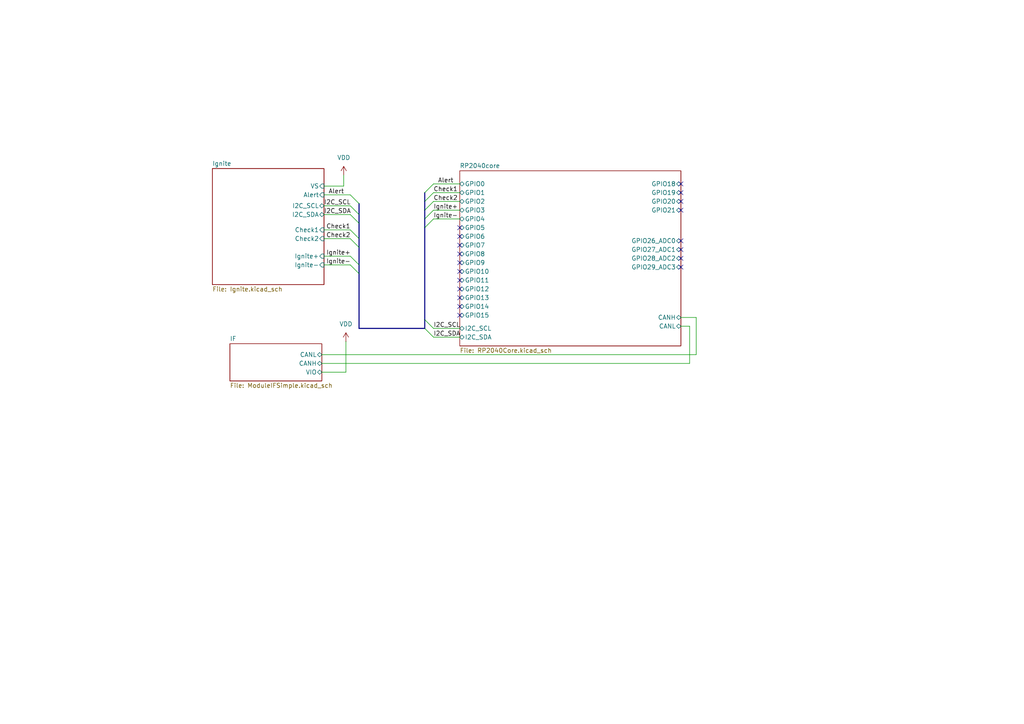
<source format=kicad_sch>
(kicad_sch
	(version 20231120)
	(generator "eeschema")
	(generator_version "8.0")
	(uuid "2a7771e6-36a4-47ae-b559-dde705e1d286")
	(paper "A4")
	(lib_symbols
		(symbol "power:VDD"
			(power)
			(pin_numbers hide)
			(pin_names
				(offset 0) hide)
			(exclude_from_sim no)
			(in_bom yes)
			(on_board yes)
			(property "Reference" "#PWR"
				(at 0 -3.81 0)
				(effects
					(font
						(size 1.27 1.27)
					)
					(hide yes)
				)
			)
			(property "Value" "VDD"
				(at 0 3.556 0)
				(effects
					(font
						(size 1.27 1.27)
					)
				)
			)
			(property "Footprint" ""
				(at 0 0 0)
				(effects
					(font
						(size 1.27 1.27)
					)
					(hide yes)
				)
			)
			(property "Datasheet" ""
				(at 0 0 0)
				(effects
					(font
						(size 1.27 1.27)
					)
					(hide yes)
				)
			)
			(property "Description" "Power symbol creates a global label with name \"VDD\""
				(at 0 0 0)
				(effects
					(font
						(size 1.27 1.27)
					)
					(hide yes)
				)
			)
			(property "ki_keywords" "global power"
				(at 0 0 0)
				(effects
					(font
						(size 1.27 1.27)
					)
					(hide yes)
				)
			)
			(symbol "VDD_0_1"
				(polyline
					(pts
						(xy -0.762 1.27) (xy 0 2.54)
					)
					(stroke
						(width 0)
						(type default)
					)
					(fill
						(type none)
					)
				)
				(polyline
					(pts
						(xy 0 0) (xy 0 2.54)
					)
					(stroke
						(width 0)
						(type default)
					)
					(fill
						(type none)
					)
				)
				(polyline
					(pts
						(xy 0 2.54) (xy 0.762 1.27)
					)
					(stroke
						(width 0)
						(type default)
					)
					(fill
						(type none)
					)
				)
			)
			(symbol "VDD_1_1"
				(pin power_in line
					(at 0 0 90)
					(length 0)
					(name "~"
						(effects
							(font
								(size 1.27 1.27)
							)
						)
					)
					(number "1"
						(effects
							(font
								(size 1.27 1.27)
							)
						)
					)
				)
			)
		)
	)
	(no_connect
		(at 133.35 91.44)
		(uuid "09a3722e-d718-4624-9de2-6d585ce1da31")
	)
	(no_connect
		(at 133.35 66.04)
		(uuid "130b30ca-4a98-4a39-aa84-2a4a5820ec60")
	)
	(no_connect
		(at 197.485 53.34)
		(uuid "2235c6ff-b10d-40f9-9c47-f1f206534938")
	)
	(no_connect
		(at 197.485 69.85)
		(uuid "4121fbc4-5f73-4c6d-a31e-89add3013d86")
	)
	(no_connect
		(at 133.35 86.36)
		(uuid "467e74c2-97f4-438c-bc3e-582c009dcfce")
	)
	(no_connect
		(at 133.35 71.12)
		(uuid "4b53e26e-9b4a-46c0-bcb7-e1969f459c91")
	)
	(no_connect
		(at 133.35 81.28)
		(uuid "5097cefb-ff16-40c2-a831-e4f4913bb372")
	)
	(no_connect
		(at 197.485 72.39)
		(uuid "7ad4e39d-912c-4e71-8d0a-8bbf2b8d148d")
	)
	(no_connect
		(at 133.35 76.2)
		(uuid "8a56b1b9-8de8-4925-8c9c-8d71c16fae65")
	)
	(no_connect
		(at 133.35 73.66)
		(uuid "931d69e5-806d-4517-9e7c-da0c1fad2b7e")
	)
	(no_connect
		(at 197.485 77.47)
		(uuid "9b4a41ee-78e3-4685-a63b-463b7620b97a")
	)
	(no_connect
		(at 133.35 88.9)
		(uuid "a333a77e-c0ca-4c59-8e41-12e5fad35879")
	)
	(no_connect
		(at 133.35 83.82)
		(uuid "d67a0be1-e680-44ce-887d-6023acd3c0e8")
	)
	(no_connect
		(at 197.485 58.42)
		(uuid "ddef1747-dfad-49f3-b2e6-a82c85482f2e")
	)
	(no_connect
		(at 197.485 60.96)
		(uuid "e875f6ec-c259-4bc9-a7d9-5a82a9e4a170")
	)
	(no_connect
		(at 197.485 55.88)
		(uuid "ecb054f4-7a2e-4c0c-a985-b4088c8143c4")
	)
	(no_connect
		(at 197.485 74.93)
		(uuid "ed7d27a4-ee73-4391-b560-0e1b5771f72a")
	)
	(no_connect
		(at 133.35 78.74)
		(uuid "f096d065-e4ff-4cb9-bcce-c8f02f7acd1c")
	)
	(no_connect
		(at 133.35 68.58)
		(uuid "f0ee860c-3753-4969-ae7a-89773bd140ee")
	)
	(bus_entry
		(at 123.19 55.88)
		(size 2.54 -2.54)
		(stroke
			(width 0)
			(type default)
		)
		(uuid "089e702c-a15a-48cf-8511-cbc082fa98b8")
	)
	(bus_entry
		(at 123.19 92.71)
		(size 2.54 2.54)
		(stroke
			(width 0)
			(type default)
		)
		(uuid "09d5f285-4480-4446-9cac-53273163ea71")
	)
	(bus_entry
		(at 123.19 58.42)
		(size 2.54 -2.54)
		(stroke
			(width 0)
			(type default)
		)
		(uuid "0bbb332c-22dd-483d-b9f4-7a2161fb748a")
	)
	(bus_entry
		(at 101.6 76.835)
		(size 2.54 2.54)
		(stroke
			(width 0)
			(type default)
		)
		(uuid "2131df4a-c92e-44b7-aba7-a14413da2501")
	)
	(bus_entry
		(at 123.19 60.96)
		(size 2.54 -2.54)
		(stroke
			(width 0)
			(type default)
		)
		(uuid "2351c3bd-da73-4b8d-9527-476bb5b8bd7c")
	)
	(bus_entry
		(at 123.19 95.25)
		(size 2.54 2.54)
		(stroke
			(width 0)
			(type default)
		)
		(uuid "4207c8e3-0b19-48fe-ab00-c317a67ace15")
	)
	(bus_entry
		(at 101.6 56.515)
		(size 2.54 2.54)
		(stroke
			(width 0)
			(type default)
		)
		(uuid "7b34d76d-a45e-4838-996a-0ceaf7bd7571")
	)
	(bus_entry
		(at 123.19 63.5)
		(size 2.54 -2.54)
		(stroke
			(width 0)
			(type default)
		)
		(uuid "7d0a753c-af01-4738-beb2-82b27ae9b4eb")
	)
	(bus_entry
		(at 101.6 74.295)
		(size 2.54 2.54)
		(stroke
			(width 0)
			(type default)
		)
		(uuid "83fd46fc-ed7d-4533-ada9-bafed0d6e628")
	)
	(bus_entry
		(at 101.6 62.23)
		(size 2.54 2.54)
		(stroke
			(width 0)
			(type default)
		)
		(uuid "88b1c728-4436-49fc-9095-35be349d7268")
	)
	(bus_entry
		(at 101.6 66.675)
		(size 2.54 2.54)
		(stroke
			(width 0)
			(type default)
		)
		(uuid "904952ef-b5f6-487c-bd85-da842b4d8e3b")
	)
	(bus_entry
		(at 101.6 59.69)
		(size 2.54 2.54)
		(stroke
			(width 0)
			(type default)
		)
		(uuid "b7c4191f-3b73-45d5-b006-263a7376bb4a")
	)
	(bus_entry
		(at 123.19 66.04)
		(size 2.54 -2.54)
		(stroke
			(width 0)
			(type default)
		)
		(uuid "ed726136-d87f-4a75-b105-21cb84ece8bf")
	)
	(bus_entry
		(at 101.6 69.215)
		(size 2.54 2.54)
		(stroke
			(width 0)
			(type default)
		)
		(uuid "f2ffe099-e4d0-4ea5-a6eb-84b4e57ebdde")
	)
	(bus
		(pts
			(xy 123.19 66.04) (xy 123.19 92.71)
		)
		(stroke
			(width 0)
			(type default)
		)
		(uuid "09e47cf4-6160-4035-8b92-05afcfa62652")
	)
	(wire
		(pts
			(xy 125.73 60.96) (xy 133.35 60.96)
		)
		(stroke
			(width 0)
			(type default)
		)
		(uuid "0c0546ba-2f96-4412-a01a-58f39d700f40")
	)
	(wire
		(pts
			(xy 93.98 56.515) (xy 101.6 56.515)
		)
		(stroke
			(width 0)
			(type default)
		)
		(uuid "1a5e6377-a60f-47d1-8623-302da8ca801c")
	)
	(wire
		(pts
			(xy 201.93 102.87) (xy 93.345 102.87)
		)
		(stroke
			(width 0)
			(type default)
		)
		(uuid "3024c884-895f-43da-928c-a678fc13452b")
	)
	(wire
		(pts
			(xy 93.98 76.835) (xy 101.6 76.835)
		)
		(stroke
			(width 0)
			(type default)
		)
		(uuid "32bd5248-6622-4e6d-9609-652b33cde623")
	)
	(wire
		(pts
			(xy 125.73 97.79) (xy 133.35 97.79)
		)
		(stroke
			(width 0)
			(type default)
		)
		(uuid "3df98e64-7a8e-45c1-aef9-a88b19304b5a")
	)
	(bus
		(pts
			(xy 104.14 59.055) (xy 104.14 62.23)
		)
		(stroke
			(width 0)
			(type default)
		)
		(uuid "42cb1136-6475-4ecc-90f7-85923006f431")
	)
	(wire
		(pts
			(xy 93.98 59.69) (xy 101.6 59.69)
		)
		(stroke
			(width 0)
			(type default)
		)
		(uuid "519268ea-85fb-4e0a-8a2c-82e6467d02c9")
	)
	(wire
		(pts
			(xy 200.025 105.41) (xy 200.025 94.615)
		)
		(stroke
			(width 0)
			(type default)
		)
		(uuid "657f2cdc-1080-40ad-8327-a511f538c3b1")
	)
	(wire
		(pts
			(xy 93.98 66.675) (xy 101.6 66.675)
		)
		(stroke
			(width 0)
			(type default)
		)
		(uuid "69ce72d1-8efb-461e-a1b4-8f4f4fdf3f4a")
	)
	(bus
		(pts
			(xy 123.19 95.25) (xy 104.14 95.25)
		)
		(stroke
			(width 0)
			(type default)
		)
		(uuid "6a100d79-3843-4b93-9fae-bc19a8621b2a")
	)
	(bus
		(pts
			(xy 123.19 92.71) (xy 123.19 95.25)
		)
		(stroke
			(width 0)
			(type default)
		)
		(uuid "70d7f0c6-bb85-45c7-b992-3b2e956ecf29")
	)
	(wire
		(pts
			(xy 197.485 92.075) (xy 201.93 92.075)
		)
		(stroke
			(width 0)
			(type default)
		)
		(uuid "70fc7087-8b7e-489e-a4eb-b1b42404cbd2")
	)
	(bus
		(pts
			(xy 104.14 69.215) (xy 104.14 71.755)
		)
		(stroke
			(width 0)
			(type default)
		)
		(uuid "724d9e42-f440-4d4a-a856-4e7c6b4adf1d")
	)
	(bus
		(pts
			(xy 123.19 55.88) (xy 123.19 58.42)
		)
		(stroke
			(width 0)
			(type default)
		)
		(uuid "7a00d716-7970-4808-8461-80ab851887c1")
	)
	(wire
		(pts
			(xy 93.345 105.41) (xy 200.025 105.41)
		)
		(stroke
			(width 0)
			(type default)
		)
		(uuid "96a82b0f-63b3-455a-9caf-78cd74c83b79")
	)
	(bus
		(pts
			(xy 104.14 62.23) (xy 104.14 64.77)
		)
		(stroke
			(width 0)
			(type default)
		)
		(uuid "9b27eb0b-a5c9-42e7-ba1b-3d5f81824747")
	)
	(bus
		(pts
			(xy 123.19 58.42) (xy 123.19 60.96)
		)
		(stroke
			(width 0)
			(type default)
		)
		(uuid "a06705ca-4a9a-497d-8e40-825d978fcb7f")
	)
	(bus
		(pts
			(xy 104.14 71.755) (xy 104.14 76.835)
		)
		(stroke
			(width 0)
			(type default)
		)
		(uuid "a0e6baa9-2780-4605-a1e4-316bc3f1282a")
	)
	(bus
		(pts
			(xy 104.14 64.77) (xy 104.14 69.215)
		)
		(stroke
			(width 0)
			(type default)
		)
		(uuid "ac9b99ee-1983-4843-a691-69b828350133")
	)
	(wire
		(pts
			(xy 93.345 107.95) (xy 100.33 107.95)
		)
		(stroke
			(width 0)
			(type default)
		)
		(uuid "af45115c-6f83-406d-8ad1-9aed3725aa23")
	)
	(wire
		(pts
			(xy 100.33 107.95) (xy 100.33 99.06)
		)
		(stroke
			(width 0)
			(type default)
		)
		(uuid "b06a4361-df4f-4daf-8fc7-624e1f283c19")
	)
	(wire
		(pts
			(xy 93.98 62.23) (xy 101.6 62.23)
		)
		(stroke
			(width 0)
			(type default)
		)
		(uuid "b8919d2a-fa84-4da8-99ac-78b78bd14827")
	)
	(wire
		(pts
			(xy 201.93 92.075) (xy 201.93 102.87)
		)
		(stroke
			(width 0)
			(type default)
		)
		(uuid "bc1b82af-725a-44f3-8c60-23adcf7d0e1e")
	)
	(wire
		(pts
			(xy 99.695 53.975) (xy 99.695 50.8)
		)
		(stroke
			(width 0)
			(type default)
		)
		(uuid "be7815f1-6e9a-4a70-97fd-903288b03092")
	)
	(wire
		(pts
			(xy 197.485 94.615) (xy 200.025 94.615)
		)
		(stroke
			(width 0)
			(type default)
		)
		(uuid "c02f5791-0d41-4540-ad69-5f0dc33b1578")
	)
	(bus
		(pts
			(xy 123.19 60.96) (xy 123.19 63.5)
		)
		(stroke
			(width 0)
			(type default)
		)
		(uuid "c76f5981-242b-4c69-b9ec-a3cfd2d83bb8")
	)
	(wire
		(pts
			(xy 93.98 69.215) (xy 101.6 69.215)
		)
		(stroke
			(width 0)
			(type default)
		)
		(uuid "ccb1fb17-7ec4-4047-994e-2f6604f89255")
	)
	(wire
		(pts
			(xy 93.98 53.975) (xy 99.695 53.975)
		)
		(stroke
			(width 0)
			(type default)
		)
		(uuid "d17e8dc8-4cae-4a5b-b99c-6729c6928e1a")
	)
	(wire
		(pts
			(xy 125.73 55.88) (xy 133.35 55.88)
		)
		(stroke
			(width 0)
			(type default)
		)
		(uuid "d99eacfb-1e07-4222-a4da-aaf612bd7d75")
	)
	(bus
		(pts
			(xy 104.14 79.375) (xy 104.14 95.25)
		)
		(stroke
			(width 0)
			(type default)
		)
		(uuid "db94958f-4b97-4dd1-8504-8601f7f3d542")
	)
	(wire
		(pts
			(xy 125.73 58.42) (xy 133.35 58.42)
		)
		(stroke
			(width 0)
			(type default)
		)
		(uuid "dc7a4c2f-3c45-40c7-89f1-ecc3858fa420")
	)
	(wire
		(pts
			(xy 125.73 53.34) (xy 133.35 53.34)
		)
		(stroke
			(width 0)
			(type default)
		)
		(uuid "e0cb9c92-68d7-49bd-89df-2562d81adfae")
	)
	(wire
		(pts
			(xy 125.73 63.5) (xy 133.35 63.5)
		)
		(stroke
			(width 0)
			(type default)
		)
		(uuid "e1f6364f-9107-4c94-90a3-62ad253d95f0")
	)
	(bus
		(pts
			(xy 104.14 76.835) (xy 104.14 79.375)
		)
		(stroke
			(width 0)
			(type default)
		)
		(uuid "e2e50321-42c4-4ca6-a103-867990105ad2")
	)
	(wire
		(pts
			(xy 93.98 74.295) (xy 101.6 74.295)
		)
		(stroke
			(width 0)
			(type default)
		)
		(uuid "efaf3bf7-0e5d-4fc8-8099-88d8a156541f")
	)
	(wire
		(pts
			(xy 125.73 95.25) (xy 133.35 95.25)
		)
		(stroke
			(width 0)
			(type default)
		)
		(uuid "f1be655f-dbc3-4c44-adeb-8dc690a4ed66")
	)
	(bus
		(pts
			(xy 123.19 63.5) (xy 123.19 66.04)
		)
		(stroke
			(width 0)
			(type default)
		)
		(uuid "f36c4793-954a-4681-bf9e-57b5a8c51411")
	)
	(label "Alert"
		(at 95.25 56.515 0)
		(fields_autoplaced yes)
		(effects
			(font
				(size 1.27 1.27)
			)
			(justify left bottom)
		)
		(uuid "0c2d790e-efb8-4b83-b57c-40cb9c4f0fdb")
	)
	(label "Alert"
		(at 127 53.34 0)
		(fields_autoplaced yes)
		(effects
			(font
				(size 1.27 1.27)
			)
			(justify left bottom)
		)
		(uuid "12215683-64e8-4471-a6b8-68af381ae5c3")
	)
	(label "Ignite-"
		(at 94.615 76.835 0)
		(fields_autoplaced yes)
		(effects
			(font
				(size 1.27 1.27)
			)
			(justify left bottom)
		)
		(uuid "19b047c9-85f1-42e2-bce8-747772bf408a")
	)
	(label "I2C_SDA"
		(at 125.73 97.79 0)
		(fields_autoplaced yes)
		(effects
			(font
				(size 1.27 1.27)
			)
			(justify left bottom)
		)
		(uuid "258414a9-9393-4fe8-abc2-af0e0864c4c5")
	)
	(label "Ignite+"
		(at 125.73 60.96 0)
		(fields_autoplaced yes)
		(effects
			(font
				(size 1.27 1.27)
			)
			(justify left bottom)
		)
		(uuid "312abad2-e419-41b9-8872-4d4342b32716")
	)
	(label "Check1"
		(at 94.615 66.675 0)
		(fields_autoplaced yes)
		(effects
			(font
				(size 1.27 1.27)
			)
			(justify left bottom)
		)
		(uuid "549616be-445d-4f70-948d-e7040942fef0")
	)
	(label "I2C_SCL"
		(at 93.98 59.69 0)
		(fields_autoplaced yes)
		(effects
			(font
				(size 1.27 1.27)
			)
			(justify left bottom)
		)
		(uuid "57671214-cab7-4a40-b202-820f94321667")
	)
	(label "Check2"
		(at 94.615 69.215 0)
		(fields_autoplaced yes)
		(effects
			(font
				(size 1.27 1.27)
			)
			(justify left bottom)
		)
		(uuid "74bb47b9-1bc5-4f5a-8a01-e7cbaca62516")
	)
	(label "I2C_SDA"
		(at 93.98 62.23 0)
		(fields_autoplaced yes)
		(effects
			(font
				(size 1.27 1.27)
			)
			(justify left bottom)
		)
		(uuid "80d22d48-306b-417a-9810-66839c88ca74")
	)
	(label "Ignite-"
		(at 125.73 63.5 0)
		(fields_autoplaced yes)
		(effects
			(font
				(size 1.27 1.27)
			)
			(justify left bottom)
		)
		(uuid "95e571a0-557a-4322-be92-85aa3266cf47")
	)
	(label "Check2"
		(at 125.73 58.42 0)
		(fields_autoplaced yes)
		(effects
			(font
				(size 1.27 1.27)
			)
			(justify left bottom)
		)
		(uuid "bc9e27a7-8908-47b5-9b25-5de7a3cfe464")
	)
	(label "Check1"
		(at 125.73 55.88 0)
		(fields_autoplaced yes)
		(effects
			(font
				(size 1.27 1.27)
			)
			(justify left bottom)
		)
		(uuid "bdb83a20-003f-4a6c-84aa-23eddd9c5cbf")
	)
	(label "Ignite+"
		(at 94.615 74.295 0)
		(fields_autoplaced yes)
		(effects
			(font
				(size 1.27 1.27)
			)
			(justify left bottom)
		)
		(uuid "cd6584d4-c6d8-4a08-b399-98f43bb03e62")
	)
	(label "I2C_SCL"
		(at 125.73 95.25 0)
		(fields_autoplaced yes)
		(effects
			(font
				(size 1.27 1.27)
			)
			(justify left bottom)
		)
		(uuid "e2e3d02d-2261-43f1-ac3a-fbeda72c636e")
	)
	(symbol
		(lib_id "power:VDD")
		(at 99.695 50.8 0)
		(unit 1)
		(exclude_from_sim no)
		(in_bom yes)
		(on_board yes)
		(dnp no)
		(fields_autoplaced yes)
		(uuid "5d1553c5-32fd-4b3f-9f86-f037c420271e")
		(property "Reference" "#PWR0101"
			(at 99.695 54.61 0)
			(effects
				(font
					(size 1.27 1.27)
				)
				(hide yes)
			)
		)
		(property "Value" "VDD"
			(at 99.695 45.72 0)
			(effects
				(font
					(size 1.27 1.27)
				)
			)
		)
		(property "Footprint" ""
			(at 99.695 50.8 0)
			(effects
				(font
					(size 1.27 1.27)
				)
				(hide yes)
			)
		)
		(property "Datasheet" ""
			(at 99.695 50.8 0)
			(effects
				(font
					(size 1.27 1.27)
				)
				(hide yes)
			)
		)
		(property "Description" "Power symbol creates a global label with name \"VDD\""
			(at 99.695 50.8 0)
			(effects
				(font
					(size 1.27 1.27)
				)
				(hide yes)
			)
		)
		(pin "1"
			(uuid "92d1b443-e04d-49c7-ac34-442a3043c731")
		)
		(instances
			(project "IGN"
				(path "/2a7771e6-36a4-47ae-b559-dde705e1d286"
					(reference "#PWR0101")
					(unit 1)
				)
			)
		)
	)
	(symbol
		(lib_id "power:VDD")
		(at 100.33 99.06 0)
		(unit 1)
		(exclude_from_sim no)
		(in_bom yes)
		(on_board yes)
		(dnp no)
		(fields_autoplaced yes)
		(uuid "8ffed9c0-468f-4d10-a025-4faedb138d2b")
		(property "Reference" "#PWR0102"
			(at 100.33 102.87 0)
			(effects
				(font
					(size 1.27 1.27)
				)
				(hide yes)
			)
		)
		(property "Value" "VDD"
			(at 100.33 93.98 0)
			(effects
				(font
					(size 1.27 1.27)
				)
			)
		)
		(property "Footprint" ""
			(at 100.33 99.06 0)
			(effects
				(font
					(size 1.27 1.27)
				)
				(hide yes)
			)
		)
		(property "Datasheet" ""
			(at 100.33 99.06 0)
			(effects
				(font
					(size 1.27 1.27)
				)
				(hide yes)
			)
		)
		(property "Description" "Power symbol creates a global label with name \"VDD\""
			(at 100.33 99.06 0)
			(effects
				(font
					(size 1.27 1.27)
				)
				(hide yes)
			)
		)
		(pin "1"
			(uuid "14688e38-d5a7-4d57-bb9d-4946a74c5cc8")
		)
		(instances
			(project ""
				(path "/2a7771e6-36a4-47ae-b559-dde705e1d286"
					(reference "#PWR0102")
					(unit 1)
				)
			)
		)
	)
	(sheet
		(at 66.675 99.695)
		(size 26.67 10.795)
		(fields_autoplaced yes)
		(stroke
			(width 0.1524)
			(type solid)
		)
		(fill
			(color 0 0 0 0.0000)
		)
		(uuid "0dc43a57-3d63-409f-ae53-b1796098c7d8")
		(property "Sheetname" "IF"
			(at 66.675 98.9834 0)
			(effects
				(font
					(size 1.27 1.27)
				)
				(justify left bottom)
			)
		)
		(property "Sheetfile" "ModuleIFSimple.kicad_sch"
			(at 66.675 111.0746 0)
			(effects
				(font
					(size 1.27 1.27)
				)
				(justify left top)
			)
		)
		(pin "CANL" bidirectional
			(at 93.345 102.87 0)
			(effects
				(font
					(size 1.27 1.27)
				)
				(justify right)
			)
			(uuid "64bfce34-10be-43fe-988f-66ceeb777373")
		)
		(pin "VIO" bidirectional
			(at 93.345 107.95 0)
			(effects
				(font
					(size 1.27 1.27)
				)
				(justify right)
			)
			(uuid "556e93b0-525a-4834-bc03-a883dcfd0274")
		)
		(pin "CANH" bidirectional
			(at 93.345 105.41 0)
			(effects
				(font
					(size 1.27 1.27)
				)
				(justify right)
			)
			(uuid "7f53a898-cf15-4d55-9c88-bce1761d1c09")
		)
		(instances
			(project "IGN"
				(path "/2a7771e6-36a4-47ae-b559-dde705e1d286"
					(page "4")
				)
			)
		)
	)
	(sheet
		(at 61.595 48.895)
		(size 32.385 33.655)
		(fields_autoplaced yes)
		(stroke
			(width 0.1524)
			(type solid)
		)
		(fill
			(color 0 0 0 0.0000)
		)
		(uuid "64a642d9-98f3-4b06-b19e-15459cb9d7b9")
		(property "Sheetname" "Ignite"
			(at 61.595 48.1834 0)
			(effects
				(font
					(size 1.27 1.27)
				)
				(justify left bottom)
			)
		)
		(property "Sheetfile" "Ignite.kicad_sch"
			(at 61.595 83.1346 0)
			(effects
				(font
					(size 1.27 1.27)
				)
				(justify left top)
			)
		)
		(pin "VS" input
			(at 93.98 53.975 0)
			(effects
				(font
					(size 1.27 1.27)
				)
				(justify right)
			)
			(uuid "3e9add68-0816-4687-a572-1dd80877b591")
		)
		(pin "Alert" input
			(at 93.98 56.515 0)
			(effects
				(font
					(size 1.27 1.27)
				)
				(justify right)
			)
			(uuid "cba76f2d-7586-4349-9bd3-8df7928c8933")
		)
		(pin "I2C_SDA" bidirectional
			(at 93.98 62.23 0)
			(effects
				(font
					(size 1.27 1.27)
				)
				(justify right)
			)
			(uuid "13e646c9-83f6-4d73-a05f-86192f315afa")
		)
		(pin "I2C_SCL" bidirectional
			(at 93.98 59.69 0)
			(effects
				(font
					(size 1.27 1.27)
				)
				(justify right)
			)
			(uuid "7b811f66-03c5-44bc-8d97-c5379b7caf09")
		)
		(pin "Check2" input
			(at 93.98 69.215 0)
			(effects
				(font
					(size 1.27 1.27)
				)
				(justify right)
			)
			(uuid "29b67232-9e3d-44da-a4c4-56ab80f1f547")
		)
		(pin "Ignite-" input
			(at 93.98 76.835 0)
			(effects
				(font
					(size 1.27 1.27)
				)
				(justify right)
			)
			(uuid "b02e1790-af30-43b6-993d-b65a8c0b8411")
		)
		(pin "Ignite+" input
			(at 93.98 74.295 0)
			(effects
				(font
					(size 1.27 1.27)
				)
				(justify right)
			)
			(uuid "6e8e6e02-dd93-4e74-bca6-f59fd1b61c56")
		)
		(pin "Check1" input
			(at 93.98 66.675 0)
			(effects
				(font
					(size 1.27 1.27)
				)
				(justify right)
			)
			(uuid "b7072b8d-a62e-4075-85ff-3dce1802b86a")
		)
		(instances
			(project "IGN"
				(path "/2a7771e6-36a4-47ae-b559-dde705e1d286"
					(page "2")
				)
			)
		)
	)
	(sheet
		(at 133.35 49.53)
		(size 64.135 50.8)
		(fields_autoplaced yes)
		(stroke
			(width 0.1524)
			(type solid)
		)
		(fill
			(color 0 0 0 0.0000)
		)
		(uuid "fe769398-0d84-49c1-b491-e689ce977777")
		(property "Sheetname" "RP2040core"
			(at 133.35 48.8184 0)
			(effects
				(font
					(size 1.27 1.27)
				)
				(justify left bottom)
			)
		)
		(property "Sheetfile" "RP2040Core.kicad_sch"
			(at 133.35 100.9146 0)
			(effects
				(font
					(size 1.27 1.27)
				)
				(justify left top)
			)
		)
		(pin "GPIO1" bidirectional
			(at 133.35 55.88 180)
			(effects
				(font
					(size 1.27 1.27)
				)
				(justify left)
			)
			(uuid "e7ddf8bc-c7e0-4531-aa83-fb040fb6d17d")
		)
		(pin "GPIO0" bidirectional
			(at 133.35 53.34 180)
			(effects
				(font
					(size 1.27 1.27)
				)
				(justify left)
			)
			(uuid "5f3dcdfa-1f7c-4340-8ba2-0719852c1982")
		)
		(pin "GPIO2" bidirectional
			(at 133.35 58.42 180)
			(effects
				(font
					(size 1.27 1.27)
				)
				(justify left)
			)
			(uuid "1c961c97-ca84-4e4b-b61c-41ce5acb5117")
		)
		(pin "GPIO4" bidirectional
			(at 133.35 63.5 180)
			(effects
				(font
					(size 1.27 1.27)
				)
				(justify left)
			)
			(uuid "56350f9c-6a73-4437-aa43-aa702f1f4521")
		)
		(pin "GPIO3" bidirectional
			(at 133.35 60.96 180)
			(effects
				(font
					(size 1.27 1.27)
				)
				(justify left)
			)
			(uuid "ae99fd3a-2cef-4f5d-bddc-f5f4ec8d29b0")
		)
		(pin "GPIO7" bidirectional
			(at 133.35 71.12 180)
			(effects
				(font
					(size 1.27 1.27)
				)
				(justify left)
			)
			(uuid "f0e59a90-6269-4a8f-b269-5227a95c5287")
		)
		(pin "GPIO8" bidirectional
			(at 133.35 73.66 180)
			(effects
				(font
					(size 1.27 1.27)
				)
				(justify left)
			)
			(uuid "ac90097f-10a1-4b99-ad42-66356c3cf9ad")
		)
		(pin "GPIO5" bidirectional
			(at 133.35 66.04 180)
			(effects
				(font
					(size 1.27 1.27)
				)
				(justify left)
			)
			(uuid "4554af72-b3fa-42ff-bbda-0ecf67477841")
		)
		(pin "GPIO9" bidirectional
			(at 133.35 76.2 180)
			(effects
				(font
					(size 1.27 1.27)
				)
				(justify left)
			)
			(uuid "ff91414c-58c9-43fa-bd35-a6cfec1dd878")
		)
		(pin "GPIO6" bidirectional
			(at 133.35 68.58 180)
			(effects
				(font
					(size 1.27 1.27)
				)
				(justify left)
			)
			(uuid "589fadfb-465b-4950-b518-bff846e09443")
		)
		(pin "CANL" bidirectional
			(at 197.485 94.615 0)
			(effects
				(font
					(size 1.27 1.27)
				)
				(justify right)
			)
			(uuid "0b7ef44b-a8a8-4397-83b6-64e7bdf63ffc")
		)
		(pin "CANH" bidirectional
			(at 197.485 92.075 0)
			(effects
				(font
					(size 1.27 1.27)
				)
				(justify right)
			)
			(uuid "700020ec-59af-4329-a53d-70b1fba25220")
		)
		(pin "I2C_SDA" bidirectional
			(at 133.35 97.79 180)
			(effects
				(font
					(size 1.27 1.27)
				)
				(justify left)
			)
			(uuid "41e1bc0a-18d2-4619-96da-cefa6b0aeb28")
		)
		(pin "I2C_SCL" bidirectional
			(at 133.35 95.25 180)
			(effects
				(font
					(size 1.27 1.27)
				)
				(justify left)
			)
			(uuid "d44ea092-1ac2-4787-870d-87fd81489e97")
		)
		(pin "GPIO15" bidirectional
			(at 133.35 91.44 180)
			(effects
				(font
					(size 1.27 1.27)
				)
				(justify left)
			)
			(uuid "1e9bce11-fedc-479f-8d2d-baaa663adccd")
		)
		(pin "GPIO18" bidirectional
			(at 197.485 53.34 0)
			(effects
				(font
					(size 1.27 1.27)
				)
				(justify right)
			)
			(uuid "94c3c108-0a66-497c-8272-12eb58a7e353")
		)
		(pin "GPIO20" bidirectional
			(at 197.485 58.42 0)
			(effects
				(font
					(size 1.27 1.27)
				)
				(justify right)
			)
			(uuid "ce8dfe1c-ee45-47d1-bee3-37c02d991866")
		)
		(pin "GPIO21" bidirectional
			(at 197.485 60.96 0)
			(effects
				(font
					(size 1.27 1.27)
				)
				(justify right)
			)
			(uuid "736cc528-cca6-49f0-8a24-22242508aa44")
		)
		(pin "GPIO19" bidirectional
			(at 197.485 55.88 0)
			(effects
				(font
					(size 1.27 1.27)
				)
				(justify right)
			)
			(uuid "93e763e8-d72f-4e64-a912-e31a20235ace")
		)
		(pin "GPIO12" bidirectional
			(at 133.35 83.82 180)
			(effects
				(font
					(size 1.27 1.27)
				)
				(justify left)
			)
			(uuid "9443c784-ff65-4428-9ca4-f18ec9ad536d")
		)
		(pin "GPIO14" bidirectional
			(at 133.35 88.9 180)
			(effects
				(font
					(size 1.27 1.27)
				)
				(justify left)
			)
			(uuid "7bc99284-a670-4c03-8d00-e760cdbf1f11")
		)
		(pin "GPIO11" bidirectional
			(at 133.35 81.28 180)
			(effects
				(font
					(size 1.27 1.27)
				)
				(justify left)
			)
			(uuid "2f51922e-d63a-40cb-aa74-51f2c09e5cc5")
		)
		(pin "GPIO10" bidirectional
			(at 133.35 78.74 180)
			(effects
				(font
					(size 1.27 1.27)
				)
				(justify left)
			)
			(uuid "3bc7c73a-e75c-424b-8ad9-626005642bef")
		)
		(pin "GPIO13" bidirectional
			(at 133.35 86.36 180)
			(effects
				(font
					(size 1.27 1.27)
				)
				(justify left)
			)
			(uuid "2c8f5bb7-de7d-4c12-bc1a-109f975bfefa")
		)
		(pin "GPIO28_ADC2" bidirectional
			(at 197.485 74.93 0)
			(effects
				(font
					(size 1.27 1.27)
				)
				(justify right)
			)
			(uuid "fe37602f-30a3-449a-ad75-bc13f7eacdfa")
		)
		(pin "GPIO27_ADC1" bidirectional
			(at 197.485 72.39 0)
			(effects
				(font
					(size 1.27 1.27)
				)
				(justify right)
			)
			(uuid "59ea4603-642b-4cc4-81eb-0c9dcc257b5e")
		)
		(pin "GPIO29_ADC3" bidirectional
			(at 197.485 77.47 0)
			(effects
				(font
					(size 1.27 1.27)
				)
				(justify right)
			)
			(uuid "dbd2825e-b953-43c1-8451-53c6961fb97a")
		)
		(pin "GPIO26_ADC0" bidirectional
			(at 197.485 69.85 0)
			(effects
				(font
					(size 1.27 1.27)
				)
				(justify right)
			)
			(uuid "e7a8d6eb-4646-4def-9fd1-25b08c362c61")
		)
		(instances
			(project "IGN"
				(path "/2a7771e6-36a4-47ae-b559-dde705e1d286"
					(page "3")
				)
			)
		)
	)
	(sheet_instances
		(path "/"
			(page "1")
		)
	)
)

</source>
